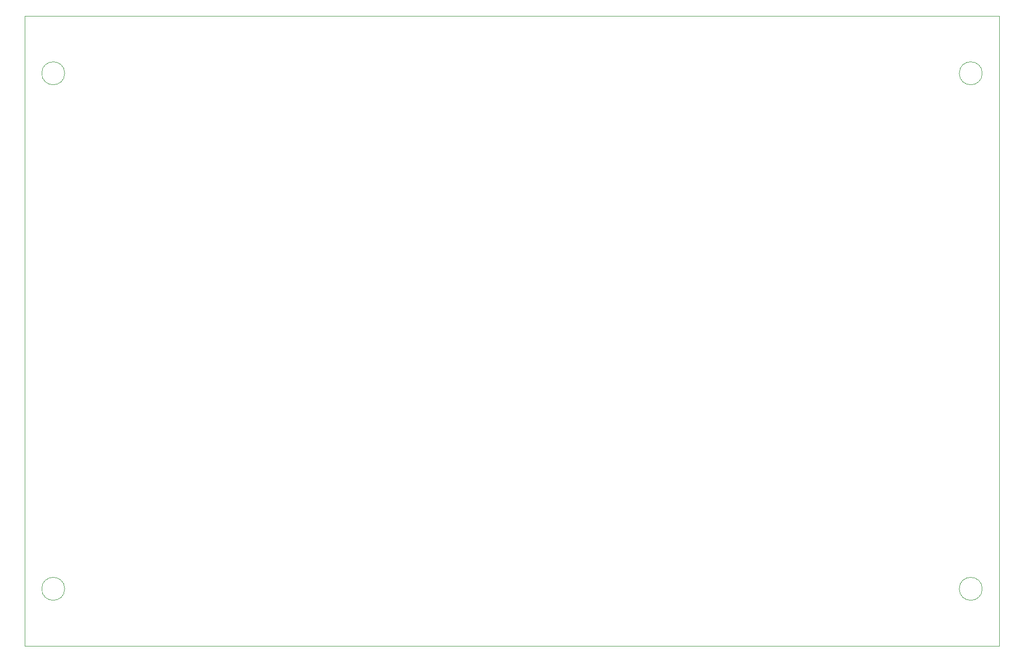
<source format=gbr>
%TF.GenerationSoftware,KiCad,Pcbnew,8.0.1*%
%TF.CreationDate,2024-04-13T23:58:44-04:00*%
%TF.ProjectId,Headlight Controller,48656164-6c69-4676-9874-20436f6e7472,2.2*%
%TF.SameCoordinates,Original*%
%TF.FileFunction,Profile,NP*%
%FSLAX46Y46*%
G04 Gerber Fmt 4.6, Leading zero omitted, Abs format (unit mm)*
G04 Created by KiCad (PCBNEW 8.0.1) date 2024-04-13 23:58:44*
%MOMM*%
%LPD*%
G01*
G04 APERTURE LIST*
%TA.AperFunction,Profile*%
%ADD10C,0.050000*%
%TD*%
G04 APERTURE END LIST*
D10*
X192000000Y-150000000D02*
G75*
G02*
X188000000Y-150000000I-2000000J0D01*
G01*
X188000000Y-150000000D02*
G75*
G02*
X192000000Y-150000000I2000000J0D01*
G01*
X32000000Y-60000000D02*
G75*
G02*
X28000000Y-60000000I-2000000J0D01*
G01*
X28000000Y-60000000D02*
G75*
G02*
X32000000Y-60000000I2000000J0D01*
G01*
X192000000Y-60000000D02*
G75*
G02*
X188000000Y-60000000I-2000000J0D01*
G01*
X188000000Y-60000000D02*
G75*
G02*
X192000000Y-60000000I2000000J0D01*
G01*
X32000000Y-150000000D02*
G75*
G02*
X28000000Y-150000000I-2000000J0D01*
G01*
X28000000Y-150000000D02*
G75*
G02*
X32000000Y-150000000I2000000J0D01*
G01*
X195000000Y-50000000D02*
X195000000Y-160000000D01*
X195000000Y-160000000D02*
X25000000Y-160000000D01*
X25000000Y-160000000D02*
X25000000Y-50000000D01*
X25000000Y-50000000D02*
X195000000Y-50000000D01*
M02*

</source>
